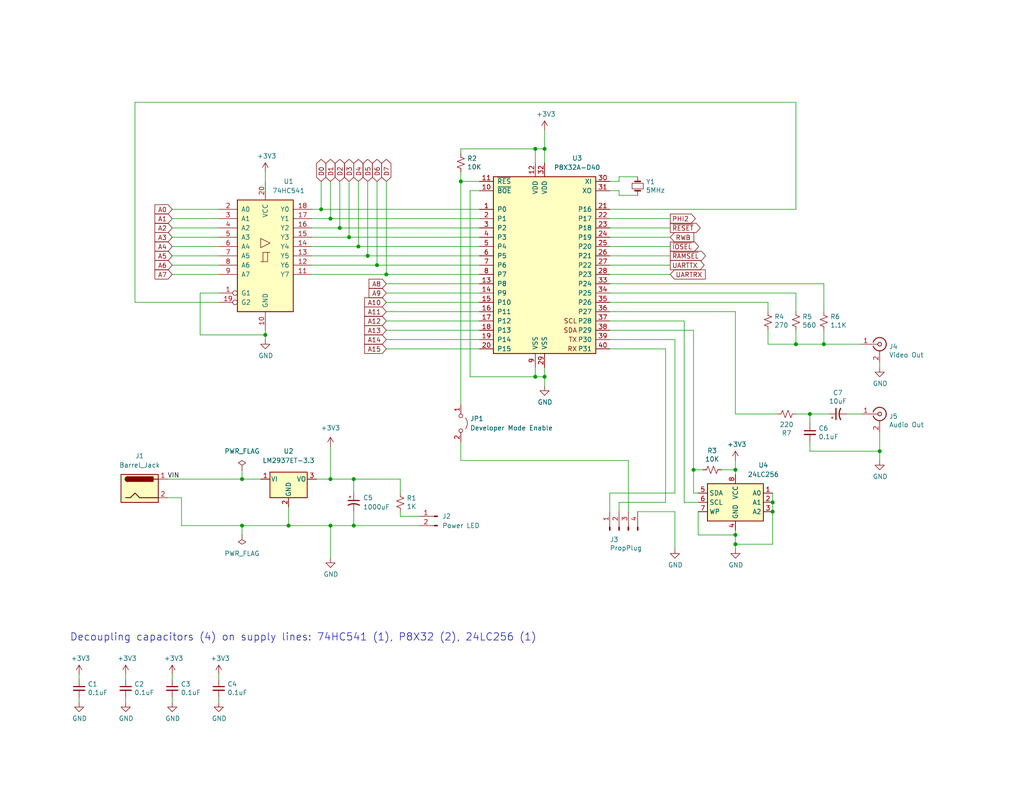
<source format=kicad_sch>
(kicad_sch (version 20211123) (generator eeschema)
  (paper "USLetter")
  (title_block (title "Propeller, Bus Multiplexing, Video/Audio, Power") (date "2023-04-18") (rev "A"))
  (lib_symbols
    (symbol "74xx:74HCT541" (pin_names (offset 1.016))
      (property "Reference" "U" (at -7.62 16.51 0))
      (property "Value" "74HCT541" (at -7.62 -16.51 0))
      (symbol "74HCT541_1_0"
        (polyline (pts (xy -0.635 -1.6002) (xy -0.635 0.9398) (xy 0.635 0.9398)))
        (polyline (pts (xy -1.27 -1.6002) (xy 0.635 -1.6002) (xy 0.635 0.9398) (xy 1.27 0.9398)))
        (polyline (pts (xy 1.27 3.4798) (xy -1.27 4.7498) (xy -1.27 2.2098) (xy 1.27 3.4798)) (stroke (width 0.1524)))
        (pin input inverted (at -12.7 -10.16 0) (length 5.08) (name "G1") (number "1"))
        (pin power_in line (at 0 -20.32 90) (length 5.08) (name "GND") (number "10"))
        (pin tri_state line (at 12.7 -5.08 180) (length 5.08) (name "Y7") (number "11"))
        (pin tri_state line (at 12.7 -2.54 180) (length 5.08) (name "Y6") (number "12"))
        (pin tri_state line (at 12.7 0 180) (length 5.08) (name "Y5") (number "13"))
        (pin tri_state line (at 12.7 2.54 180) (length 5.08) (name "Y4") (number "14"))
        (pin tri_state line (at 12.7 5.08 180) (length 5.08) (name "Y3") (number "15"))
        (pin tri_state line (at 12.7 7.62 180) (length 5.08) (name "Y2") (number "16"))
        (pin tri_state line (at 12.7 10.16 180) (length 5.08) (name "Y1") (number "17"))
        (pin tri_state line (at 12.7 12.7 180) (length 5.08) (name "Y0") (number "18"))
        (pin input inverted (at -12.7 -12.7 0) (length 5.08) (name "G2") (number "19"))
        (pin input line (at -12.7 12.7 0) (length 5.08) (name "A0") (number "2"))
        (pin power_in line (at 0 20.32 270) (length 5.08) (name "VCC") (number "20"))
        (pin input line (at -12.7 10.16 0) (length 5.08) (name "A1") (number "3"))
        (pin input line (at -12.7 7.62 0) (length 5.08) (name "A2") (number "4"))
        (pin input line (at -12.7 5.08 0) (length 5.08) (name "A3") (number "5"))
        (pin input line (at -12.7 2.54 0) (length 5.08) (name "A4") (number "6"))
        (pin input line (at -12.7 0 0) (length 5.08) (name "A5") (number "7"))
        (pin input line (at -12.7 -2.54 0) (length 5.08) (name "A6") (number "8"))
        (pin input line (at -12.7 -5.08 0) (length 5.08) (name "A7") (number "9"))
      )
      (symbol "74HCT541_1_1"
        (rectangle (start -7.62 15.24) (end 7.62 -15.24) (stroke (width 0.254)) (fill (type background)))
      )
    )
    (symbol "Connector:Barrel_Jack" (pin_names (offset 1.016))
      (property "Reference" "J" (at 0 5.334 0))
      (property "Value" "Barrel_Jack" (at 0 -5.08 0))
      (symbol "Barrel_Jack_0_1"
        (rectangle (start -5.08 3.81) (end 5.08 -3.81) (stroke (width 0.254)) (fill (type background)))
        (arc (start -3.302 3.175) (mid -3.937 2.54) (end -3.302 1.905) (stroke (width 0.254)))
        (arc (start -3.302 3.175) (mid -3.937 2.54) (end -3.302 1.905) (stroke (width 0.254)) (fill (type outline)))
        (polyline (pts (xy 5.08 2.54) (xy 3.81 2.54)) (stroke (width 0.254)))
        (polyline (pts (xy -3.81 -2.54) (xy -2.54 -2.54) (xy -1.27 -1.27) (xy 0 -2.54) (xy 2.54 -2.54) (xy 5.08 -2.54)) (stroke (width 0.254)))
        (rectangle (start 3.683 3.175) (end -3.302 1.905) (stroke (width 0.254)) (fill (type outline)))
      )
      (symbol "Barrel_Jack_1_1"
        (pin passive line (at 7.62 2.54 180) (length 2.54) (name "~") (number "1"))
        (pin passive line (at 7.62 -2.54 180) (length 2.54) (name "~") (number "2"))
      )
    )
    (symbol "Connector:Conn_01x02_Male" (pin_names (offset 1.016) hide)
      (property "Reference" "J" (at 0 2.54 0))
      (property "Value" "Conn_01x02_Male" (at 0 -5.08 0))
      (symbol "Conn_01x02_Male_1_1"
        (polyline (pts (xy 1.27 -2.54) (xy 0.8636 -2.54)) (stroke (width 0.1524)))
        (polyline (pts (xy 1.27 0) (xy 0.8636 0)) (stroke (width 0.1524)))
        (rectangle (start 0.8636 -2.413) (end 0 -2.667) (stroke (width 0.1524)) (fill (type outline)))
        (rectangle (start 0.8636 0.127) (end 0 -0.127) (stroke (width 0.1524)) (fill (type outline)))
        (pin passive line (at 5.08 0 180) (length 3.81) (name "Pin_1") (number "1"))
        (pin passive line (at 5.08 -2.54 180) (length 3.81) (name "Pin_2") (number "2"))
      )
    )
    (symbol "Connector:Conn_01x04_Male" (pin_names (offset 1.016) hide)
      (property "Reference" "J" (at 0 5.08 0))
      (property "Value" "Conn_01x04_Male" (at 0 -7.62 0))
      (symbol "Conn_01x04_Male_1_1"
        (polyline (pts (xy 1.27 -5.08) (xy 0.8636 -5.08)) (stroke (width 0.1524)))
        (polyline (pts (xy 1.27 -2.54) (xy 0.8636 -2.54)) (stroke (width 0.1524)))
        (polyline (pts (xy 1.27 0) (xy 0.8636 0)) (stroke (width 0.1524)))
        (polyline (pts (xy 1.27 2.54) (xy 0.8636 2.54)) (stroke (width 0.1524)))
        (rectangle (start 0.8636 -4.953) (end 0 -5.207) (stroke (width 0.1524)) (fill (type outline)))
        (rectangle (start 0.8636 -2.413) (end 0 -2.667) (stroke (width 0.1524)) (fill (type outline)))
        (rectangle (start 0.8636 0.127) (end 0 -0.127) (stroke (width 0.1524)) (fill (type outline)))
        (rectangle (start 0.8636 2.667) (end 0 2.413) (stroke (width 0.1524)) (fill (type outline)))
        (pin passive line (at 5.08 2.54 180) (length 3.81) (name "Pin_1") (number "1"))
        (pin passive line (at 5.08 0 180) (length 3.81) (name "Pin_2") (number "2"))
        (pin passive line (at 5.08 -2.54 180) (length 3.81) (name "Pin_3") (number "3"))
        (pin passive line (at 5.08 -5.08 180) (length 3.81) (name "Pin_4") (number "4"))
      )
    )
    (symbol "Connector:Conn_Coaxial" (pin_names (offset 1.016) hide)
      (property "Reference" "J" (at 0.254 3.048 0))
      (property "Value" "Conn_Coaxial" (at 2.921 0 90))
      (symbol "Conn_Coaxial_0_1"
        (arc (start -1.778 -0.508) (mid 0.2311 -1.8066) (end 1.778 0) (stroke (width 0.254)))
        (polyline (pts (xy -2.54 0) (xy -0.508 0)))
        (polyline (pts (xy 0 -2.54) (xy 0 -1.778)))
        (circle (center 0 0) (radius 0.508) (stroke (width 0.2032)))
        (arc (start 1.778 0) (mid 0.2099 1.8101) (end -1.778 0.508) (stroke (width 0.254)))
      )
      (symbol "Conn_Coaxial_1_1"
        (pin passive line (at -5.08 0 0) (length 2.54) (name "In") (number "1"))
        (pin passive line (at 0 -5.08 90) (length 2.54) (name "Ext") (number "2"))
      )
    )
    (symbol "Device:C_Polarized_Small_US" (pin_numbers hide) (pin_names (offset 0.254) hide)
      (property "Reference" "C" (at 0.254 1.778 0))
      (property "Value" "C_Polarized_Small_US" (at 0.254 -2.032 0))
      (symbol "C_Polarized_Small_US_0_1"
        (polyline (pts (xy -1.524 0.508) (xy 1.524 0.508)) (stroke (width 0.3048)))
        (polyline (pts (xy -1.27 1.524) (xy -0.762 1.524)))
        (polyline (pts (xy -1.016 1.27) (xy -1.016 1.778)))
        (arc (start 1.524 -0.762) (mid 0 -0.3734) (end -1.524 -0.762) (stroke (width 0.3048)))
      )
      (symbol "C_Polarized_Small_US_1_1"
        (pin passive line (at 0 2.54 270) (length 2.032) (name "~") (number "1"))
        (pin passive line (at 0 -2.54 90) (length 2.032) (name "~") (number "2"))
      )
    )
    (symbol "Device:C_Small" (pin_numbers hide) (pin_names (offset 0.254) hide)
      (property "Reference" "C" (at 0.254 1.778 0))
      (property "Value" "C_Small" (at 0.254 -2.032 0))
      (symbol "C_Small_0_1"
        (polyline (pts (xy -1.524 -0.508) (xy 1.524 -0.508)) (stroke (width 0.3302)))
        (polyline (pts (xy -1.524 0.508) (xy 1.524 0.508)) (stroke (width 0.3048)))
      )
      (symbol "C_Small_1_1"
        (pin passive line (at 0 2.54 270) (length 2.032) (name "~") (number "1"))
        (pin passive line (at 0 -2.54 90) (length 2.032) (name "~") (number "2"))
      )
    )
    (symbol "Device:Crystal_Small" (pin_numbers hide) (pin_names (offset 1.016) hide)
      (property "Reference" "Y" (at 0 2.54 0))
      (property "Value" "Crystal_Small" (at 0 -2.54 0))
      (symbol "Crystal_Small_0_1"
        (rectangle (start -0.762 -1.524) (end 0.762 1.524))
        (polyline (pts (xy -1.27 -0.762) (xy -1.27 0.762)) (stroke (width 0.381)))
        (polyline (pts (xy 1.27 -0.762) (xy 1.27 0.762)) (stroke (width 0.381)))
      )
      (symbol "Crystal_Small_1_1"
        (pin passive line (at -2.54 0 0) (length 1.27) (name "1") (number "1"))
        (pin passive line (at 2.54 0 180) (length 1.27) (name "2") (number "2"))
      )
    )
    (symbol "Device:R_Small_US" (pin_numbers hide) (pin_names (offset 0.254) hide)
      (property "Reference" "R" (at 0.762 0.508 0))
      (property "Value" "R_Small_US" (at 0.762 -1.016 0))
      (symbol "R_Small_US_1_1"
        (polyline (pts (xy 0 0) (xy 1.016 -0.381) (xy 0 -0.762) (xy -1.016 -1.143) (xy 0 -1.524)))
        (polyline (pts (xy 0 1.524) (xy 1.016 1.143) (xy 0 0.762) (xy -1.016 0.381) (xy 0 0)))
        (pin passive line (at 0 2.54 270) (length 1.016) (name "~") (number "1"))
        (pin passive line (at 0 -2.54 90) (length 1.016) (name "~") (number "2"))
      )
    )
    (symbol "Jumper:Jumper_2_Open" (pin_names (offset 0) hide)
      (property "Reference" "JP" (at 0 2.794 0))
      (property "Value" "Jumper_2_Open" (at 0 -2.286 0))
      (symbol "Jumper_2_Open_0_0"
        (circle (center -2.032 0) (radius 0.508))
        (circle (center 2.032 0) (radius 0.508))
      )
      (symbol "Jumper_2_Open_0_1"
        (arc (start 1.524 1.27) (mid 0 1.778) (end -1.524 1.27))
      )
      (symbol "Jumper_2_Open_1_1"
        (pin passive line (at -5.08 0 0) (length 2.54) (name "A") (number "1"))
        (pin passive line (at 5.08 0 180) (length 2.54) (name "B") (number "2"))
      )
    )
    (symbol "MCU_Parallax:P8X32A-D40" (pin_names (offset 1.016))
      (property "Reference" "U" (at -13.97 25.4 0))
      (property "Value" "P8X32A-D40" (at 1.27 25.4 0))
      (symbol "P8X32A-D40_0_1"
        (rectangle (start -13.97 24.13) (end 13.97 -24.13) (stroke (width 0.254)) (fill (type background)))
        (text "RX" (at 8.89 -22.86 0) (effects (font (size 1.27 1.27)) (justify right)))
        (text "SCL" (at 8.89 -15.24 0) (effects (font (size 1.27 1.27)) (justify right)))
        (text "SDA" (at 8.89 -17.78 0) (effects (font (size 1.27 1.27)) (justify right)))
        (text "TX" (at 8.89 -20.32 0) (effects (font (size 1.27 1.27)) (justify right)))
        (pin bidirectional line (at -17.78 15.24 0) (length 3.81) (name "P0") (number "1"))
        (pin input line (at -17.78 20.32 0) (length 3.81) (name "~{BOE}") (number "10"))
        (pin bidirectional line (at -17.78 22.86 0) (length 3.81) (name "~{RES}") (number "11"))
        (pin power_in line (at -2.54 27.94 270) (length 3.81) (name "VDD") (number "12"))
        (pin bidirectional line (at -17.78 -5.08 0) (length 3.81) (name "P8") (number "13"))
        (pin bidirectional line (at -17.78 -7.62 0) (length 3.81) (name "P9") (number "14"))
        (pin bidirectional line (at -17.78 -10.16 0) (length 3.81) (name "P10") (number "15"))
        (pin bidirectional line (at -17.78 -12.7 0) (length 3.81) (name "P11") (number "16"))
        (pin bidirectional line (at -17.78 -15.24 0) (length 3.81) (name "P12") (number "17"))
        (pin bidirectional line (at -17.78 -17.78 0) (length 3.81) (name "P13") (number "18"))
        (pin bidirectional line (at -17.78 -20.32 0) (length 3.81) (name "P14") (number "19"))
        (pin bidirectional line (at -17.78 12.7 0) (length 3.81) (name "P1") (number "2"))
        (pin bidirectional line (at -17.78 -22.86 0) (length 3.81) (name "P15") (number "20"))
        (pin bidirectional line (at 17.78 15.24 180) (length 3.81) (name "P16") (number "21"))
        (pin bidirectional line (at 17.78 12.7 180) (length 3.81) (name "P17") (number "22"))
        (pin bidirectional line (at 17.78 10.16 180) (length 3.81) (name "P18") (number "23"))
        (pin bidirectional line (at 17.78 7.62 180) (length 3.81) (name "P19") (number "24"))
        (pin bidirectional line (at 17.78 5.08 180) (length 3.81) (name "P20") (number "25"))
        (pin bidirectional line (at 17.78 2.54 180) (length 3.81) (name "P21") (number "26"))
        (pin bidirectional line (at 17.78 0 180) (length 3.81) (name "P22") (number "27"))
        (pin bidirectional line (at 17.78 -2.54 180) (length 3.81) (name "P23") (number "28"))
        (pin power_in line (at 0 -27.94 90) (length 3.81) (name "VSS") (number "29"))
        (pin bidirectional line (at -17.78 10.16 0) (length 3.81) (name "P2") (number "3"))
        (pin input line (at 17.78 22.86 180) (length 3.81) (name "XI") (number "30"))
        (pin output line (at 17.78 20.32 180) (length 3.81) (name "XO") (number "31"))
        (pin power_in line (at 0 27.94 270) (length 3.81) (name "VDD") (number "32"))
        (pin bidirectional line (at 17.78 -5.08 180) (length 3.81) (name "P24") (number "33"))
        (pin bidirectional line (at 17.78 -7.62 180) (length 3.81) (name "P25") (number "34"))
        (pin bidirectional line (at 17.78 -10.16 180) (length 3.81) (name "P26") (number "35"))
        (pin bidirectional line (at 17.78 -12.7 180) (length 3.81) (name "P27") (number "36"))
        (pin bidirectional line (at 17.78 -15.24 180) (length 3.81) (name "P28") (number "37"))
        (pin bidirectional line (at 17.78 -17.78 180) (length 3.81) (name "P29") (number "38"))
        (pin bidirectional line (at 17.78 -20.32 180) (length 3.81) (name "P30") (number "39"))
        (pin bidirectional line (at -17.78 7.62 0) (length 3.81) (name "P3") (number "4"))
        (pin bidirectional line (at 17.78 -22.86 180) (length 3.81) (name "P31") (number "40"))
        (pin bidirectional line (at -17.78 5.08 0) (length 3.81) (name "P4") (number "5"))
        (pin bidirectional line (at -17.78 2.54 0) (length 3.81) (name "P5") (number "6"))
        (pin bidirectional line (at -17.78 0 0) (length 3.81) (name "P6") (number "7"))
        (pin bidirectional line (at -17.78 -2.54 0) (length 3.81) (name "P7") (number "8"))
        (pin power_in line (at -2.54 -27.94 90) (length 3.81) (name "VSS") (number "9"))
      )
    )
    (symbol "Memory_EEPROM:24LC256"
      (property "Reference" "U" (at -6.35 6.35 0))
      (property "Value" "24LC256" (at 1.27 6.35 0))
      (symbol "24LC256_1_1"
        (rectangle (start -7.62 5.08) (end 7.62 -5.08) (stroke (width 0.254)) (fill (type background)))
        (pin input line (at -10.16 2.54 0) (length 2.54) (name "A0") (number "1"))
        (pin input line (at -10.16 0 0) (length 2.54) (name "A1") (number "2"))
        (pin input line (at -10.16 -2.54 0) (length 2.54) (name "A2") (number "3"))
        (pin power_in line (at 0 -7.62 90) (length 2.54) (name "GND") (number "4"))
        (pin bidirectional line (at 10.16 2.54 180) (length 2.54) (name "SDA") (number "5"))
        (pin input line (at 10.16 0 180) (length 2.54) (name "SCL") (number "6"))
        (pin input line (at 10.16 -2.54 180) (length 2.54) (name "WP") (number "7"))
        (pin power_in line (at 0 7.62 270) (length 2.54) (name "VCC") (number "8"))
      )
    )
    (symbol "Regulator_Linear:LM2937xT" (pin_names (offset 0.254))
      (property "Reference" "U" (at -3.81 3.175 0))
      (property "Value" "LM2937xT" (at 0 3.175 0))
      (symbol "LM2937xT_0_1"
        (rectangle (start -5.08 1.905) (end 5.08 -5.08) (stroke (width 0.254)) (fill (type background)))
      )
      (symbol "LM2937xT_1_1"
        (pin power_in line (at -7.62 0 0) (length 2.54) (name "VI") (number "1"))
        (pin power_in line (at 0 -7.62 90) (length 2.54) (name "GND") (number "2"))
        (pin power_out line (at 7.62 0 180) (length 2.54) (name "VO") (number "3"))
      )
    )
    (symbol "power:+3.3V" (power) (pin_names (offset 0))
      (property "Value" "+3.3V" (at 0 3.556 0))
      (symbol "+3.3V_0_1"
        (polyline (pts (xy -0.762 1.27) (xy 0 2.54)))
        (polyline (pts (xy 0 0) (xy 0 2.54)))
        (polyline (pts (xy 0 2.54) (xy 0.762 1.27)))
      )
      (symbol "+3.3V_1_1"
        (pin power_in line (at 0 0 90) (length 0) hide (name "+3V3") (number "1"))
      )
    )
    (symbol "power:GND" (power) (pin_names (offset 0))
      (property "Value" "GND" (at 0 -3.81 0))
      (symbol "GND_0_1"
        (polyline (pts (xy 0 0) (xy 0 -1.27) (xy 1.27 -1.27) (xy 0 -2.54) (xy -1.27 -1.27) (xy 0 -1.27)))
      )
      (symbol "GND_1_1"
        (pin power_in line (at 0 0 270) (length 0) hide (name "GND") (number "1"))
      )
    )
    (symbol "power:PWR_FLAG" (power) (pin_numbers hide) (pin_names (offset 0) hide)
      (property "Value" "PWR_FLAG" (at 0 3.81 0))
      (symbol "PWR_FLAG_0_0"
        (pin power_out line (at 0 0 90) (length 0) (name "pwr") (number "1"))
      )
      (symbol "PWR_FLAG_0_1"
        (polyline (pts (xy 0 0) (xy 0 1.27) (xy -1.016 1.905) (xy 0 2.54) (xy 1.016 1.905) (xy 0 1.27)))
      )
    )
  )
  (junction (at 90.17 143.51))
  (junction (at 210.82 137.16))
  (junction (at 200.66 128.27))
  (junction (at 72.39 91.44))
  (junction (at 100.33 69.85))
  (junction (at 90.17 130.81))
  (junction (at 87.63 57.15))
  (junction (at 102.87 72.39))
  (junction (at 210.82 139.7))
  (junction (at 148.59 40.64))
  (junction (at 90.17 59.69))
  (junction (at 189.23 128.27))
  (junction (at 66.04 130.81))
  (junction (at 148.59 102.87))
  (junction (at 224.79 93.98))
  (junction (at 240.03 123.19))
  (junction (at 105.41 74.93))
  (junction (at 146.05 102.87))
  (junction (at 200.66 146.05))
  (junction (at 200.66 148.59))
  (junction (at 97.79 67.31))
  (junction (at 220.98 113.03))
  (junction (at 96.52 143.51))
  (junction (at 96.52 130.81))
  (junction (at 78.74 143.51))
  (junction (at 66.04 143.51))
  (junction (at 125.73 49.53))
  (junction (at 92.71 62.23))
  (junction (at 95.25 64.77))
  (junction (at 146.05 40.64))
  (junction (at 217.17 93.98))
  (wire (pts (xy 100.33 49.53) (xy 100.33 69.85)))
  (wire (pts (xy 90.17 49.53) (xy 90.17 59.69)))
  (wire (pts (xy 166.37 77.47) (xy 224.79 77.47)))
  (wire (pts (xy 168.91 53.34) (xy 168.91 52.07)))
  (wire (pts (xy 90.17 143.51) (xy 90.17 152.4)))
  (wire (pts (xy 148.59 40.64) (xy 148.59 44.45)))
  (wire (pts (xy 173.99 139.7) (xy 184.15 139.7)))
  (wire (pts (xy 46.99 62.23) (xy 59.69 62.23)))
  (wire (pts (xy 59.69 191.77) (xy 59.69 190.5)))
  (wire (pts (xy 209.55 82.55) (xy 166.37 82.55)))
  (wire (pts (xy 200.66 85.09) (xy 200.66 113.03)))
  (wire (pts (xy 200.66 128.27) (xy 200.66 129.54)))
  (wire (pts (xy 189.23 128.27) (xy 191.77 128.27)))
  (wire (pts (xy 224.79 93.98) (xy 234.95 93.98)))
  (wire (pts (xy 210.82 137.16) (xy 210.82 134.62)))
  (wire (pts (xy 189.23 134.62) (xy 190.5 134.62)))
  (wire (pts (xy 196.85 128.27) (xy 200.66 128.27)))
  (wire (pts (xy 87.63 49.53) (xy 87.63 57.15)))
  (wire (pts (xy 105.41 77.47) (xy 130.81 77.47)))
  (wire (pts (xy 105.41 82.55) (xy 130.81 82.55)))
  (wire (pts (xy 105.41 95.25) (xy 130.81 95.25)))
  (wire (pts (xy 166.37 95.25) (xy 181.61 95.25)))
  (wire (pts (xy 125.73 40.64) (xy 146.05 40.64)))
  (wire (pts (xy 217.17 57.15) (xy 166.37 57.15)))
  (wire (pts (xy 125.73 46.99) (xy 125.73 49.53)))
  (wire (pts (xy 109.22 139.7) (xy 109.22 140.97)))
  (wire (pts (xy 146.05 40.64) (xy 146.05 44.45)))
  (wire (pts (xy 224.79 90.17) (xy 224.79 93.98)))
  (wire (pts (xy 125.73 40.64) (xy 125.73 41.91)))
  (wire (pts (xy 146.05 102.87) (xy 148.59 102.87)))
  (wire (pts (xy 87.63 57.15) (xy 130.81 57.15)))
  (wire (pts (xy 36.83 82.55) (xy 36.83 27.94)))
  (wire (pts (xy 128.27 102.87) (xy 146.05 102.87)))
  (wire (pts (xy 34.29 191.77) (xy 34.29 190.5)))
  (wire (pts (xy 240.03 99.06) (xy 240.03 100.33)))
  (wire (pts (xy 224.79 85.09) (xy 224.79 77.47)))
  (wire (pts (xy 168.91 48.26) (xy 173.99 48.26)))
  (wire (pts (xy 148.59 100.33) (xy 148.59 102.87)))
  (wire (pts (xy 78.74 138.43) (xy 78.74 143.51)))
  (wire (pts (xy 166.37 59.69) (xy 182.88 59.69)))
  (wire (pts (xy 217.17 90.17) (xy 217.17 93.98)))
  (wire (pts (xy 96.52 143.51) (xy 114.3 143.51)))
  (wire (pts (xy 49.53 143.51) (xy 66.04 143.51)))
  (wire (pts (xy 190.5 139.7) (xy 190.5 146.05)))
  (wire (pts (xy 209.55 93.98) (xy 217.17 93.98)))
  (wire (pts (xy 90.17 59.69) (xy 85.09 59.69)))
  (wire (pts (xy 109.22 140.97) (xy 114.3 140.97)))
  (wire (pts (xy 200.66 125.73) (xy 200.66 128.27)))
  (wire (pts (xy 45.72 130.81) (xy 66.04 130.81)))
  (wire (pts (xy 166.37 69.85) (xy 182.88 69.85)))
  (wire (pts (xy 102.87 72.39) (xy 130.81 72.39)))
  (wire (pts (xy 166.37 67.31) (xy 182.88 67.31)))
  (wire (pts (xy 128.27 52.07) (xy 128.27 102.87)))
  (wire (pts (xy 36.83 27.94) (xy 217.17 27.94)))
  (wire (pts (xy 66.04 146.05) (xy 66.04 143.51)))
  (wire (pts (xy 220.98 120.65) (xy 220.98 123.19)))
  (wire (pts (xy 109.22 130.81) (xy 109.22 134.62)))
  (wire (pts (xy 21.59 185.42) (xy 21.59 184.15)))
  (wire (pts (xy 125.73 125.73) (xy 171.45 125.73)))
  (wire (pts (xy 102.87 49.53) (xy 102.87 72.39)))
  (wire (pts (xy 105.41 74.93) (xy 85.09 74.93)))
  (wire (pts (xy 96.52 130.81) (xy 96.52 134.62)))
  (wire (pts (xy 166.37 85.09) (xy 200.66 85.09)))
  (wire (pts (xy 46.99 185.42) (xy 46.99 184.15)))
  (wire (pts (xy 200.66 113.03) (xy 212.09 113.03)))
  (wire (pts (xy 78.74 143.51) (xy 90.17 143.51)))
  (wire (pts (xy 200.66 146.05) (xy 200.66 148.59)))
  (wire (pts (xy 54.61 80.01) (xy 54.61 91.44)))
  (wire (pts (xy 189.23 90.17) (xy 189.23 128.27)))
  (wire (pts (xy 190.5 137.16) (xy 186.69 137.16)))
  (wire (pts (xy 184.15 92.71) (xy 184.15 134.62)))
  (wire (pts (xy 92.71 49.53) (xy 92.71 62.23)))
  (wire (pts (xy 96.52 130.81) (xy 109.22 130.81)))
  (wire (pts (xy 166.37 49.53) (xy 168.91 49.53)))
  (wire (pts (xy 90.17 59.69) (xy 130.81 59.69)))
  (wire (pts (xy 46.99 72.39) (xy 59.69 72.39)))
  (wire (pts (xy 46.99 74.93) (xy 59.69 74.93)))
  (wire (pts (xy 231.14 113.03) (xy 234.95 113.03)))
  (wire (pts (xy 125.73 49.53) (xy 125.73 110.49)))
  (wire (pts (xy 46.99 64.77) (xy 59.69 64.77)))
  (wire (pts (xy 90.17 130.81) (xy 86.36 130.81)))
  (wire (pts (xy 166.37 80.01) (xy 217.17 80.01)))
  (wire (pts (xy 217.17 93.98) (xy 224.79 93.98)))
  (wire (pts (xy 105.41 74.93) (xy 130.81 74.93)))
  (wire (pts (xy 166.37 92.71) (xy 184.15 92.71)))
  (wire (pts (xy 210.82 139.7) (xy 210.82 137.16)))
  (wire (pts (xy 171.45 125.73) (xy 171.45 139.7)))
  (wire (pts (xy 72.39 46.99) (xy 72.39 49.53)))
  (wire (pts (xy 85.09 72.39) (xy 102.87 72.39)))
  (wire (pts (xy 85.09 67.31) (xy 97.79 67.31)))
  (wire (pts (xy 105.41 92.71) (xy 130.81 92.71)))
  (wire (pts (xy 130.81 52.07) (xy 128.27 52.07)))
  (wire (pts (xy 105.41 80.01) (xy 130.81 80.01)))
  (wire (pts (xy 72.39 90.17) (xy 72.39 91.44)))
  (wire (pts (xy 46.99 191.77) (xy 46.99 190.5)))
  (wire (pts (xy 168.91 137.16) (xy 181.61 137.16)))
  (wire (pts (xy 46.99 67.31) (xy 59.69 67.31)))
  (wire (pts (xy 95.25 64.77) (xy 85.09 64.77)))
  (wire (pts (xy 72.39 91.44) (xy 54.61 91.44)))
  (wire (pts (xy 166.37 72.39) (xy 182.88 72.39)))
  (wire (pts (xy 200.66 148.59) (xy 210.82 148.59)))
  (wire (pts (xy 96.52 139.7) (xy 96.52 143.51)))
  (wire (pts (xy 184.15 139.7) (xy 184.15 149.86)))
  (wire (pts (xy 96.52 130.81) (xy 90.17 130.81)))
  (wire (pts (xy 168.91 49.53) (xy 168.91 48.26)))
  (wire (pts (xy 90.17 143.51) (xy 96.52 143.51)))
  (wire (pts (xy 168.91 52.07) (xy 166.37 52.07)))
  (wire (pts (xy 72.39 91.44) (xy 72.39 92.71)))
  (wire (pts (xy 105.41 49.53) (xy 105.41 74.93)))
  (wire (pts (xy 148.59 102.87) (xy 148.59 105.41)))
  (wire (pts (xy 59.69 82.55) (xy 36.83 82.55)))
  (wire (pts (xy 166.37 74.93) (xy 182.88 74.93)))
  (wire (pts (xy 95.25 49.53) (xy 95.25 64.77)))
  (wire (pts (xy 166.37 134.62) (xy 166.37 139.7)))
  (wire (pts (xy 95.25 64.77) (xy 130.81 64.77)))
  (wire (pts (xy 100.33 69.85) (xy 85.09 69.85)))
  (wire (pts (xy 49.53 135.89) (xy 49.53 143.51)))
  (wire (pts (xy 200.66 148.59) (xy 200.66 149.86)))
  (wire (pts (xy 190.5 146.05) (xy 200.66 146.05)))
  (wire (pts (xy 97.79 67.31) (xy 130.81 67.31)))
  (wire (pts (xy 146.05 100.33) (xy 146.05 102.87)))
  (wire (pts (xy 186.69 87.63) (xy 166.37 87.63)))
  (wire (pts (xy 168.91 137.16) (xy 168.91 139.7)))
  (wire (pts (xy 100.33 69.85) (xy 130.81 69.85)))
  (wire (pts (xy 125.73 49.53) (xy 130.81 49.53)))
  (wire (pts (xy 220.98 123.19) (xy 240.03 123.19)))
  (wire (pts (xy 166.37 62.23) (xy 182.88 62.23)))
  (wire (pts (xy 46.99 57.15) (xy 59.69 57.15)))
  (wire (pts (xy 220.98 113.03) (xy 226.06 113.03)))
  (wire (pts (xy 217.17 27.94) (xy 217.17 57.15)))
  (wire (pts (xy 240.03 123.19) (xy 240.03 125.73)))
  (wire (pts (xy 105.41 85.09) (xy 130.81 85.09)))
  (wire (pts (xy 125.73 120.65) (xy 125.73 125.73)))
  (wire (pts (xy 240.03 118.11) (xy 240.03 123.19)))
  (wire (pts (xy 97.79 49.53) (xy 97.79 67.31)))
  (wire (pts (xy 105.41 87.63) (xy 130.81 87.63)))
  (wire (pts (xy 217.17 113.03) (xy 220.98 113.03)))
  (wire (pts (xy 66.04 130.81) (xy 71.12 130.81)))
  (wire (pts (xy 210.82 148.59) (xy 210.82 139.7)))
  (wire (pts (xy 148.59 35.56) (xy 148.59 40.64)))
  (wire (pts (xy 184.15 134.62) (xy 166.37 134.62)))
  (wire (pts (xy 66.04 143.51) (xy 78.74 143.51)))
  (wire (pts (xy 85.09 57.15) (xy 87.63 57.15)))
  (wire (pts (xy 209.55 85.09) (xy 209.55 82.55)))
  (wire (pts (xy 34.29 185.42) (xy 34.29 184.15)))
  (wire (pts (xy 186.69 87.63) (xy 186.69 137.16)))
  (wire (pts (xy 209.55 93.98) (xy 209.55 90.17)))
  (wire (pts (xy 90.17 121.92) (xy 90.17 130.81)))
  (wire (pts (xy 45.72 135.89) (xy 49.53 135.89)))
  (wire (pts (xy 21.59 191.77) (xy 21.59 190.5)))
  (wire (pts (xy 189.23 128.27) (xy 189.23 134.62)))
  (wire (pts (xy 59.69 185.42) (xy 59.69 184.15)))
  (wire (pts (xy 105.41 90.17) (xy 130.81 90.17)))
  (wire (pts (xy 46.99 69.85) (xy 59.69 69.85)))
  (wire (pts (xy 217.17 80.01) (xy 217.17 85.09)))
  (wire (pts (xy 92.71 62.23) (xy 130.81 62.23)))
  (wire (pts (xy 66.04 128.27) (xy 66.04 130.81)))
  (wire (pts (xy 173.99 53.34) (xy 168.91 53.34)))
  (wire (pts (xy 200.66 144.78) (xy 200.66 146.05)))
  (wire (pts (xy 220.98 115.57) (xy 220.98 113.03)))
  (wire (pts (xy 189.23 90.17) (xy 166.37 90.17)))
  (wire (pts (xy 166.37 64.77) (xy 182.88 64.77)))
  (wire (pts (xy 59.69 59.69) (xy 46.99 59.69)))
  (wire (pts (xy 181.61 137.16) (xy 181.61 95.25)))
  (wire (pts (xy 59.69 80.01) (xy 54.61 80.01)))
  (wire (pts (xy 146.05 40.64) (xy 148.59 40.64)))
  (wire (pts (xy 85.09 62.23) (xy 92.71 62.23)))
  (text "Decoupling capacitors (4) on supply lines: 74HC541 (1), P8X32 (2), 24LC256 (1)" (at 19.05 175.26 0) (effects (font (size 2.0066 2.0066)) (justify left bottom)))
  (label "VIN" (at 45.72 130.81 0))
  (global_label "A3" (shape input) (at 46.99 64.77 180) (property "Intersheet References" "${INTERSHEET_REFS}" (effects hide)))
  (global_label "~{RESET}" (shape output) (at 182.88 62.23 0) (property "Intersheet References" "${INTERSHEET_REFS}" (effects hide)))
  (global_label "D4" (shape bidirectional) (at 97.79 49.53 90) (property "Intersheet References" "${INTERSHEET_REFS}" (effects hide)))
  (global_label "A13" (shape input) (at 105.41 90.17 180) (property "Intersheet References" "${INTERSHEET_REFS}" (effects hide)))
  (global_label "D7" (shape bidirectional) (at 105.41 49.53 90) (property "Intersheet References" "${INTERSHEET_REFS}" (effects hide)))
  (global_label "RWB" (shape input) (at 182.88 64.77 0) (property "Intersheet References" "${INTERSHEET_REFS}" (effects hide)))
  (global_label "D1" (shape bidirectional) (at 90.17 49.53 90) (property "Intersheet References" "${INTERSHEET_REFS}" (effects hide)))
  (global_label "UARTTX" (shape output) (at 182.88 72.39 0) (property "Intersheet References" "${INTERSHEET_REFS}" (effects hide)))
  (global_label "D3" (shape bidirectional) (at 95.25 49.53 90) (property "Intersheet References" "${INTERSHEET_REFS}" (effects hide)))
  (global_label "D5" (shape bidirectional) (at 100.33 49.53 90) (property "Intersheet References" "${INTERSHEET_REFS}" (effects hide)))
  (global_label "D6" (shape bidirectional) (at 102.87 49.53 90) (property "Intersheet References" "${INTERSHEET_REFS}" (effects hide)))
  (global_label "A2" (shape input) (at 46.99 62.23 180) (property "Intersheet References" "${INTERSHEET_REFS}" (effects hide)))
  (global_label "A11" (shape input) (at 105.41 85.09 180) (property "Intersheet References" "${INTERSHEET_REFS}" (effects hide)))
  (global_label "D0" (shape bidirectional) (at 87.63 49.53 90) (property "Intersheet References" "${INTERSHEET_REFS}" (effects hide)))
  (global_label "A8" (shape input) (at 105.41 77.47 180) (property "Intersheet References" "${INTERSHEET_REFS}" (effects hide)))
  (global_label "A14" (shape input) (at 105.41 92.71 180) (property "Intersheet References" "${INTERSHEET_REFS}" (effects hide)))
  (global_label "~{RAMSEL}" (shape output) (at 182.88 69.85 0) (property "Intersheet References" "${INTERSHEET_REFS}" (effects hide)))
  (global_label "A10" (shape input) (at 105.41 82.55 180) (property "Intersheet References" "${INTERSHEET_REFS}" (effects hide)))
  (global_label "A6" (shape input) (at 46.99 72.39 180) (property "Intersheet References" "${INTERSHEET_REFS}" (effects hide)))
  (global_label "A15" (shape input) (at 105.41 95.25 180) (property "Intersheet References" "${INTERSHEET_REFS}" (effects hide)))
  (global_label "PHI2" (shape output) (at 182.88 59.69 0) (property "Intersheet References" "${INTERSHEET_REFS}" (effects hide)))
  (global_label "A1" (shape input) (at 46.99 59.69 180) (property "Intersheet References" "${INTERSHEET_REFS}" (effects hide)))
  (global_label "UARTRX" (shape input) (at 182.88 74.93 0) (property "Intersheet References" "${INTERSHEET_REFS}" (effects hide)))
  (global_label "D2" (shape bidirectional) (at 92.71 49.53 90) (property "Intersheet References" "${INTERSHEET_REFS}" (effects hide)))
  (global_label "A5" (shape input) (at 46.99 69.85 180) (property "Intersheet References" "${INTERSHEET_REFS}" (effects hide)))
  (global_label "A9" (shape input) (at 105.41 80.01 180) (property "Intersheet References" "${INTERSHEET_REFS}" (effects hide)))
  (global_label "A4" (shape input) (at 46.99 67.31 180) (property "Intersheet References" "${INTERSHEET_REFS}" (effects hide)))
  (global_label "~{IOSEL}" (shape output) (at 182.88 67.31 0) (property "Intersheet References" "${INTERSHEET_REFS}" (effects hide)))
  (global_label "A12" (shape input) (at 105.41 87.63 180) (property "Intersheet References" "${INTERSHEET_REFS}" (effects hide)))
  (global_label "A7" (shape input) (at 46.99 74.93 180) (property "Intersheet References" "${INTERSHEET_REFS}" (effects hide)))
  (global_label "A0" (shape input) (at 46.99 57.15 180) (property "Intersheet References" "${INTERSHEET_REFS}" (effects hide)))
  (symbol (lib_id "MCU_Parallax:P8X32A-D40") (at 148.59 72.39 0) (unit 1)
    (property "Reference" "U3" (at 157.48 43.18 0))
    (property "Value" "P8X32A-D40" (at 157.48 45.72 0))
    (property "Footprint" "Package_DIP:DIP-40_W15.24mm_Socket" (effects hide))
    (property "Datasheet" "https://www.parallax.com/sites/default/files/downloads/P8X32A-Propeller-Datasheet-v1.4.0_0.pdf" (effects hide))
  )
  (symbol (lib_id "74xx:74HCT541") (at 72.39 69.85 0) (unit 1)
    (property "Reference" "U1" (at 78.74 49.53 0))
    (property "Value" "74HC541" (at 78.74 52.07 0))
    (property "Footprint" "Package_DIP:DIP-20_W7.62mm_Socket" (effects hide))
    (property "Datasheet" "http://www.ti.com/lit/gpn/sn74HCT541" (effects hide))
  )
  (symbol (lib_id "Connector:Conn_Coaxial") (at 240.03 93.98 0) (unit 1)
    (property "Reference" "J4" (at 242.57 94.615 0) (effects (justify left)))
    (property "Value" "Video Out" (at 242.57 96.9264 0) (effects (justify left)))
    (property "Footprint" "Cody_Components:CodyRCAJack" (effects hide))
    (property "Datasheet" " ~" (effects hide))
  )
  (symbol (lib_id "Device:R_Small_US") (at 224.79 87.63 180) (unit 1)
    (property "Reference" "R6" (at 226.5172 86.4616 0) (effects (justify right)))
    (property "Value" "1.1K" (at 226.5172 88.773 0) (effects (justify right)))
    (property "Footprint" "Resistor_THT:R_Axial_DIN0207_L6.3mm_D2.5mm_P7.62mm_Horizontal" (effects hide))
  )
  (symbol (lib_id "Device:R_Small_US") (at 209.55 87.63 180) (unit 1)
    (property "Reference" "R4" (at 211.2772 86.4616 0) (effects (justify right)))
    (property "Value" "270" (at 211.2772 88.773 0) (effects (justify right)))
    (property "Footprint" "Resistor_THT:R_Axial_DIN0207_L6.3mm_D2.5mm_P7.62mm_Horizontal" (effects hide))
  )
  (symbol (lib_id "Device:R_Small_US") (at 217.17 87.63 180) (unit 1)
    (property "Reference" "R5" (at 218.8972 86.4616 0) (effects (justify right)))
    (property "Value" "560" (at 218.8972 88.773 0) (effects (justify right)))
    (property "Footprint" "Resistor_THT:R_Axial_DIN0207_L6.3mm_D2.5mm_P7.62mm_Horizontal" (effects hide))
  )
  (symbol (lib_id "Device:R_Small_US") (at 214.63 113.03 270) (unit 1)
    (property "Reference" "R7" (at 214.63 118.237 90))
    (property "Value" "220" (at 214.63 115.9256 90))
    (property "Footprint" "Resistor_THT:R_Axial_DIN0207_L6.3mm_D2.5mm_P7.62mm_Horizontal" (effects hide))
  )
  (symbol (lib_id "Device:C_Polarized_Small_US") (at 228.6 113.03 90) (unit 1)
    (property "Reference" "C7" (at 228.6 107.2388 90))
    (property "Value" "10uF" (at 228.6 109.5502 90))
    (property "Footprint" "Capacitor_THT:CP_Radial_D5.0mm_P2.00mm" (effects hide))
  )
  (symbol (lib_id "Connector:Conn_Coaxial") (at 240.03 113.03 0) (unit 1)
    (property "Reference" "J5" (at 242.57 113.665 0) (effects (justify left)))
    (property "Value" "Audio Out" (at 242.57 115.9764 0) (effects (justify left)))
    (property "Footprint" "Cody_Components:CodyRCAJack" (effects hide))
    (property "Datasheet" " ~" (effects hide))
  )
  (symbol (lib_id "Device:C_Small") (at 220.98 118.11 0) (unit 1)
    (property "Reference" "C6" (at 223.3168 116.9416 0) (effects (justify left)))
    (property "Value" "0.1uF" (at 223.3168 119.253 0) (effects (justify left)))
    (property "Footprint" "Capacitor_THT:C_Disc_D3.8mm_W2.6mm_P2.50mm" (effects hide))
  )
  (symbol (lib_id "Memory_EEPROM:24LC256") (at 200.66 137.16 0) (mirror y) (unit 1)
    (property "Reference" "U4" (at 208.28 127 0))
    (property "Value" "24LC256" (at 208.28 129.54 0))
    (property "Footprint" "Package_DIP:DIP-8_W7.62mm_Socket" (effects hide))
    (property "Datasheet" "http://ww1.microchip.com/downloads/en/devicedoc/21203m.pdf" (effects hide))
  )
  (symbol (lib_id "power:GND") (at 148.59 105.41 0) (unit 1)
    (property "Reference" "#PWR014" (effects hide))
    (property "Value" "GND" (at 148.717 109.8042 0))
  )
  (symbol (lib_id "power:GND") (at 240.03 100.33 0) (unit 1)
    (property "Reference" "#PWR018" (effects hide))
    (property "Value" "GND" (at 240.157 104.7242 0))
  )
  (symbol (lib_id "power:GND") (at 240.03 125.73 0) (unit 1)
    (property "Reference" "#PWR019" (effects hide))
    (property "Value" "GND" (at 240.157 130.1242 0))
  )
  (symbol (lib_id "power:GND") (at 200.66 149.86 0) (unit 1)
    (property "Reference" "#PWR017" (effects hide))
    (property "Value" "GND" (at 200.787 154.2542 0))
  )
  (symbol (lib_id "power:GND") (at 72.39 92.71 0) (unit 1)
    (property "Reference" "#PWR010" (effects hide))
    (property "Value" "GND" (at 72.517 97.1042 0))
  )
  (symbol (lib_id "Device:R_Small_US") (at 125.73 44.45 180) (unit 1)
    (property "Reference" "R2" (at 127.4572 43.2816 0) (effects (justify right)))
    (property "Value" "10K" (at 127.4572 45.593 0) (effects (justify right)))
    (property "Footprint" "Resistor_THT:R_Axial_DIN0207_L6.3mm_D2.5mm_P2.54mm_Vertical" (effects hide))
  )
  (symbol (lib_id "Device:Crystal_Small") (at 173.99 50.8 270) (unit 1)
    (property "Reference" "Y1" (at 176.2252 49.6316 90) (effects (justify left)))
    (property "Value" "5MHz" (at 176.2252 51.943 90) (effects (justify left)))
    (property "Footprint" "Crystal:Crystal_HC49-U_Vertical" (effects hide))
  )
  (symbol (lib_id "Device:C_Small") (at 21.59 187.96 0) (unit 1)
    (property "Reference" "C1" (at 23.9268 186.7916 0) (effects (justify left)))
    (property "Value" "0.1uF" (at 23.9268 189.103 0) (effects (justify left)))
    (property "Footprint" "Capacitor_THT:C_Disc_D3.8mm_W2.6mm_P2.50mm" (effects hide))
  )
  (symbol (lib_id "power:GND") (at 21.59 191.77 0) (unit 1)
    (property "Reference" "#PWR02" (effects hide))
    (property "Value" "GND" (at 21.717 196.1642 0))
  )
  (symbol (lib_id "Device:C_Small") (at 34.29 187.96 0) (unit 1)
    (property "Reference" "C2" (at 36.6268 186.7916 0) (effects (justify left)))
    (property "Value" "0.1uF" (at 36.6268 189.103 0) (effects (justify left)))
    (property "Footprint" "Capacitor_THT:C_Disc_D3.8mm_W2.6mm_P2.50mm" (effects hide))
  )
  (symbol (lib_id "power:GND") (at 34.29 191.77 0) (unit 1)
    (property "Reference" "#PWR04" (effects hide))
    (property "Value" "GND" (at 34.417 196.1642 0))
  )
  (symbol (lib_id "Device:C_Small") (at 46.99 187.96 0) (unit 1)
    (property "Reference" "C3" (at 49.3268 186.7916 0) (effects (justify left)))
    (property "Value" "0.1uF" (at 49.3268 189.103 0) (effects (justify left)))
    (property "Footprint" "Capacitor_THT:C_Disc_D3.8mm_W2.6mm_P2.50mm" (effects hide))
  )
  (symbol (lib_id "power:GND") (at 46.99 191.77 0) (unit 1)
    (property "Reference" "#PWR06" (effects hide))
    (property "Value" "GND" (at 47.117 196.1642 0))
  )
  (symbol (lib_id "Device:C_Small") (at 59.69 187.96 0) (unit 1)
    (property "Reference" "C4" (at 62.0268 186.7916 0) (effects (justify left)))
    (property "Value" "0.1uF" (at 62.0268 189.103 0) (effects (justify left)))
    (property "Footprint" "Capacitor_THT:C_Disc_D3.8mm_W2.6mm_P2.50mm" (effects hide))
  )
  (symbol (lib_id "power:GND") (at 59.69 191.77 0) (unit 1)
    (property "Reference" "#PWR08" (effects hide))
    (property "Value" "GND" (at 59.817 196.1642 0))
  )
  (symbol (lib_id "Device:R_Small_US") (at 194.31 128.27 90) (unit 1)
    (property "Reference" "R3" (at 194.31 123.063 90))
    (property "Value" "10K" (at 194.31 125.3744 90))
    (property "Footprint" "Resistor_THT:R_Axial_DIN0207_L6.3mm_D2.5mm_P7.62mm_Horizontal" (effects hide))
  )
  (symbol (lib_id "power:+3.3V") (at 72.39 46.99 0) (unit 1)
    (property "Reference" "#PWR09" (effects hide))
    (property "Value" "+3.3V" (at 72.771 42.5958 0))
  )
  (symbol (lib_id "power:+3.3V") (at 148.59 35.56 0) (unit 1)
    (property "Reference" "#PWR013" (effects hide))
    (property "Value" "+3.3V" (at 148.971 31.1658 0))
  )
  (symbol (lib_id "power:+3.3V") (at 200.66 125.73 0) (unit 1)
    (property "Reference" "#PWR016" (effects hide))
    (property "Value" "+3.3V" (at 201.041 121.3358 0))
  )
  (symbol (lib_id "power:+3.3V") (at 21.59 184.15 0) (unit 1)
    (property "Reference" "#PWR01" (effects hide))
    (property "Value" "+3.3V" (at 21.971 179.7558 0))
  )
  (symbol (lib_id "power:+3.3V") (at 34.29 184.15 0) (unit 1)
    (property "Reference" "#PWR03" (effects hide))
    (property "Value" "+3.3V" (at 34.671 179.7558 0))
  )
  (symbol (lib_id "power:+3.3V") (at 46.99 184.15 0) (unit 1)
    (property "Reference" "#PWR05" (effects hide))
    (property "Value" "+3.3V" (at 47.371 179.7558 0))
  )
  (symbol (lib_id "power:+3.3V") (at 59.69 184.15 0) (unit 1)
    (property "Reference" "#PWR07" (effects hide))
    (property "Value" "+3.3V" (at 60.071 179.7558 0))
  )
  (symbol (lib_id "power:GND") (at 184.15 149.86 0) (unit 1)
    (property "Reference" "#PWR015" (effects hide))
    (property "Value" "GND" (at 184.277 154.2542 0))
  )
  (symbol (lib_id "Device:R_Small_US") (at 109.22 137.16 180) (unit 1)
    (property "Reference" "R1" (at 110.9472 135.9916 0) (effects (justify right)))
    (property "Value" "1K" (at 110.9472 138.303 0) (effects (justify right)))
    (property "Footprint" "Resistor_THT:R_Axial_DIN0207_L6.3mm_D2.5mm_P7.62mm_Horizontal" (effects hide))
  )
  (symbol (lib_id "Connector:Conn_01x04_Male") (at 168.91 144.78 90) (unit 1)
    (property "Reference" "J3" (at 166.37 147.32 90) (effects (justify right)))
    (property "Value" "PropPlug" (at 166.37 149.6314 90) (effects (justify right)))
    (property "Footprint" "Connector_PinHeader_2.54mm:PinHeader_1x04_P2.54mm_Horizontal" (effects hide))
  )
  (symbol (lib_id "power:PWR_FLAG") (at 66.04 128.27 0) (unit 1)
    (property "Reference" "#FLG01" (effects hide))
    (property "Value" "PWR_FLAG" (at 66.04 123.19 0))
  )
  (symbol (lib_id "power:GND") (at 90.17 152.4 0) (unit 1)
    (property "Reference" "#PWR012" (effects hide))
    (property "Value" "GND" (at 90.297 156.7942 0))
  )
  (symbol (lib_id "Regulator_Linear:LM2937xT") (at 78.74 130.81 0) (unit 1)
    (property "Reference" "U2" (at 78.74 123.19 0))
    (property "Value" "LM2937ET-3.3" (at 78.74 125.73 0))
    (property "Footprint" "Package_TO_SOT_THT:TO-220-3_Horizontal_TabDown" (effects hide))
    (property "Datasheet" "http://www.ti.com/lit/ds/symlink/lm2937.pdf" (effects hide))
  )
  (symbol (lib_id "power:+3.3V") (at 90.17 121.92 0) (unit 1)
    (property "Reference" "#PWR011" (effects hide))
    (property "Value" "+3.3V" (at 90.17 116.84 0))
  )
  (symbol (lib_id "Connector:Barrel_Jack") (at 38.1 133.35 0) (unit 1)
    (property "Reference" "J1" (at 38.1 124.46 0))
    (property "Value" "Barrel_Jack" (at 38.1 127 0))
    (property "Footprint" "Connector_BarrelJack:BarrelJack_Horizontal" (effects hide))
  )
  (symbol (lib_id "Device:C_Polarized_Small_US") (at 96.52 137.16 0) (unit 1)
    (property "Reference" "C5" (at 99.06 135.89 0) (effects (justify left)))
    (property "Value" "1000uF" (at 99.06 138.43 0) (effects (justify left)))
    (property "Footprint" "Capacitor_THT:CP_Radial_D8.0mm_P3.50mm" (effects hide))
  )
  (symbol (lib_id "power:PWR_FLAG") (at 66.04 146.05 0) (mirror x) (unit 1)
    (property "Reference" "#FLG02" (effects hide))
    (property "Value" "PWR_FLAG" (at 66.04 151.13 0))
  )
  (symbol (lib_id "Connector:Conn_01x02_Male") (at 119.38 140.97 0) (mirror y) (unit 1)
    (property "Reference" "J2" (at 120.65 140.9699 0) (effects (justify right)))
    (property "Value" "Power LED" (at 120.65 143.5099 0) (effects (justify right)))
    (property "Footprint" "Connector_PinHeader_2.54mm:PinHeader_1x02_P2.54mm_Vertical" (effects hide))
  )
  (symbol (lib_id "Jumper:Jumper_2_Open") (at 125.73 115.57 270) (unit 1)
    (property "Reference" "JP1" (at 128.27 114.2999 90) (effects (justify left)))
    (property "Value" "Developer Mode Enable" (at 128.27 116.8399 90) (effects (justify left)))
    (property "Footprint" "Connector_PinHeader_2.54mm:PinHeader_1x02_P2.54mm_Vertical" (effects hide))
  )
)
</source>
